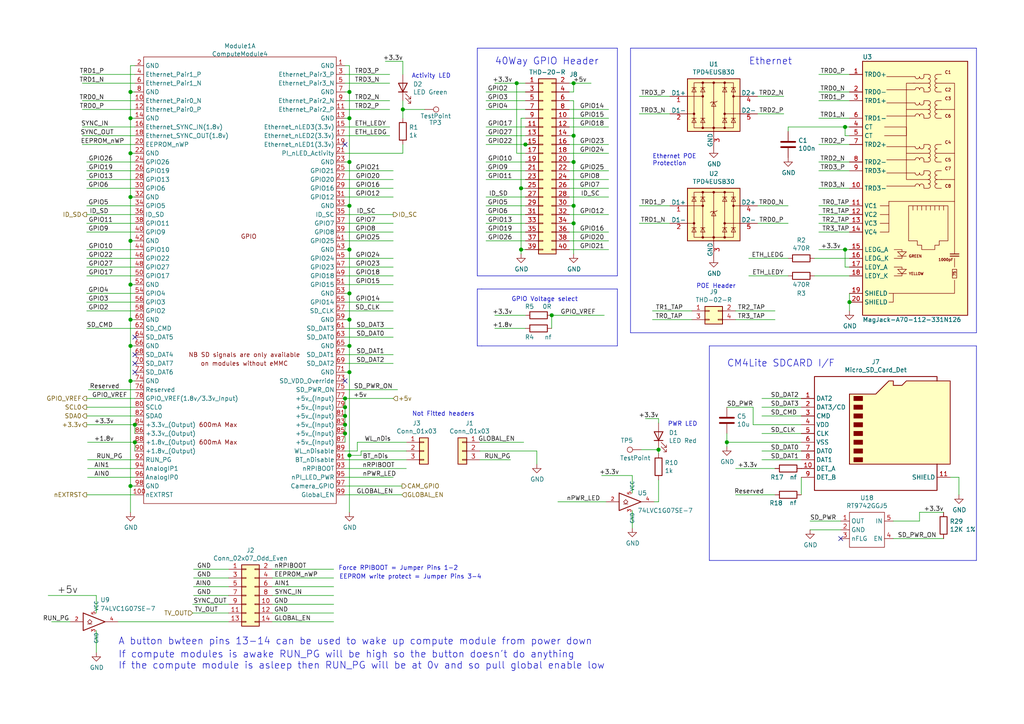
<source format=kicad_sch>
(kicad_sch (version 20211123) (generator eeschema)
  (paper "A4")
  (title_block (title "Compute Module 4 IO Board - GPIO - Ethernet") (rev "1") (company "© 2020-2022 Raspberry Pi Ltd (formerly Raspberry Pi (Trading) Ltd.)") (comment 1 "www.raspberrypi.com"))
  (junction (at 37.846 92.71) (diameter 1.016))
  (junction (at 101.346 132.08) (diameter 1.016))
  (junction (at 166.37 39.37) (diameter 1.016))
  (junction (at 101.346 59.69) (diameter 1.016))
  (junction (at 151.13 54.61) (diameter 1.016))
  (junction (at 166.37 24.13) (diameter 1.016))
  (junction (at 101.346 46.99) (diameter 1.016))
  (junction (at 160.02 91.44) (diameter 1.016))
  (junction (at 101.346 72.39) (diameter 1.016))
  (junction (at 246.38 87.63) (diameter 1.016))
  (junction (at 101.346 26.67) (diameter 1.016))
  (junction (at 245.11 36.83) (diameter 1.016))
  (junction (at 151.13 72.39) (diameter 1.016))
  (junction (at 100.076 125.73) (diameter 1.016))
  (junction (at 101.346 85.09) (diameter 1.016))
  (junction (at 166.37 64.77) (diameter 1.016))
  (junction (at 37.846 69.85) (diameter 1.016))
  (junction (at 37.846 26.67) (diameter 1.016))
  (junction (at 100.076 120.65) (diameter 1.016))
  (junction (at 245.11 72.39) (diameter 1.016))
  (junction (at 37.846 100.33) (diameter 1.016))
  (junction (at 37.846 44.45) (diameter 1.016))
  (junction (at 39.116 123.19) (diameter 1.016))
  (junction (at 116.84 31.75) (diameter 1.016))
  (junction (at 101.346 107.95) (diameter 1.016))
  (junction (at 101.346 34.29) (diameter 1.016))
  (junction (at 149.86 24.13) (diameter 1.016))
  (junction (at 166.37 46.99) (diameter 1.016))
  (junction (at 191.008 130.429) (diameter 1.016))
  (junction (at 210.82 128.27) (diameter 1.016))
  (junction (at 101.346 92.71) (diameter 1.016))
  (junction (at 100.076 115.57) (diameter 1.016))
  (junction (at 100.076 123.19) (diameter 1.016))
  (junction (at 101.346 100.33) (diameter 1.016))
  (junction (at 37.846 82.55) (diameter 1.016))
  (junction (at 166.37 59.69) (diameter 1.016))
  (junction (at 39.116 128.27) (diameter 1.016))
  (junction (at 37.846 110.49) (diameter 1.016))
  (junction (at 37.846 34.29) (diameter 1.016))
  (junction (at 37.846 57.15) (diameter 1.016))
  (junction (at 37.846 140.97) (diameter 1.016))
  (junction (at 152.4 41.91) (diameter 1.016))
  (junction (at 100.076 118.11) (diameter 1.016))
  (no_connect (at 243.84 156.21))
  (no_connect (at 100.076 110.49))
  (no_connect (at 39.116 97.79))
  (no_connect (at 100.076 41.91))
  (no_connect (at 39.116 107.95))
  (no_connect (at 39.116 105.41))
  (no_connect (at 39.116 102.87))
  (wire (pts (xy 25.146 118.11) (xy 39.116 118.11)))
  (wire (pts (xy 23.876 36.83) (xy 39.116 36.83)))
  (wire (pts (xy 37.846 57.15) (xy 39.116 57.15)))
  (wire (pts (xy 78.994 175.26) (xy 96.774 175.26)))
  (wire (pts (xy 166.37 64.77) (xy 166.37 73.66)))
  (wire (pts (xy 100.076 44.45) (xy 116.84 44.45)))
  (wire (pts (xy 140.97 39.37) (xy 152.4 39.37)))
  (wire (pts (xy 237.49 21.59) (xy 246.38 21.59)))
  (wire (pts (xy 166.37 29.21) (xy 166.37 39.37)))
  (wire (pts (xy 78.994 170.18) (xy 96.774 170.18)))
  (wire (pts (xy 56.134 167.64) (xy 66.294 167.64)))
  (wire (pts (xy 101.346 132.08) (xy 101.346 148.59)))
  (wire (pts (xy 100.076 21.59) (xy 113.03 21.59)))
  (polyline (pts (xy 179.07 100.33) (xy 139.7 100.33)) (stroke (width 0) (type solid)))
  (wire (pts (xy 237.49 34.29) (xy 246.38 34.29)))
  (wire (pts (xy 245.11 72.39) (xy 246.38 72.39)))
  (wire (pts (xy 101.346 46.99) (xy 101.346 59.69)))
  (wire (pts (xy 37.846 44.45) (xy 37.846 57.15)))
  (polyline (pts (xy 283.21 13.97) (xy 283.21 96.52)) (stroke (width 0) (type solid)))
  (wire (pts (xy 140.97 52.07) (xy 152.4 52.07)))
  (wire (pts (xy 100.076 85.09) (xy 101.346 85.09)))
  (wire (pts (xy 56.134 170.18) (xy 66.294 170.18)))
  (wire (pts (xy 143.51 95.25) (xy 152.4 95.25)))
  (wire (pts (xy 25.146 90.17) (xy 39.116 90.17)))
  (wire (pts (xy 140.97 64.77) (xy 152.4 64.77)))
  (polyline (pts (xy 139.7 83.82) (xy 138.43 83.82)) (stroke (width 0) (type solid)))
  (wire (pts (xy 183.388 137.922) (xy 174.498 137.922)))
  (wire (pts (xy 166.37 64.77) (xy 166.37 59.69)))
  (wire (pts (xy 27.94 172.72) (xy 27.94 177.8)))
  (wire (pts (xy 25.4 138.43) (xy 39.116 138.43)))
  (wire (pts (xy 100.076 80.01) (xy 114.046 80.01)))
  (wire (pts (xy 228.6 38.1) (xy 228.6 36.83)))
  (wire (pts (xy 103.632 128.27) (xy 117.856 128.27)))
  (wire (pts (xy 100.076 34.29) (xy 101.346 34.29)))
  (wire (pts (xy 140.97 31.75) (xy 152.4 31.75)))
  (polyline (pts (xy 205.74 162.56) (xy 205.74 100.33)) (stroke (width 0) (type solid)))
  (wire (pts (xy 139.192 133.35) (xy 148.082 133.35)))
  (wire (pts (xy 25.146 115.57) (xy 39.116 115.57)))
  (wire (pts (xy 100.076 52.07) (xy 114.046 52.07)))
  (wire (pts (xy 140.97 62.23) (xy 152.4 62.23)))
  (wire (pts (xy 101.346 85.09) (xy 101.346 92.71)))
  (wire (pts (xy 166.37 46.99) (xy 165.1 46.99)))
  (wire (pts (xy 37.846 19.05) (xy 37.846 26.67)))
  (wire (pts (xy 100.076 36.83) (xy 113.03 36.83)))
  (wire (pts (xy 25.146 59.69) (xy 39.116 59.69)))
  (wire (pts (xy 166.37 39.37) (xy 165.1 39.37)))
  (wire (pts (xy 100.076 87.63) (xy 114.046 87.63)))
  (wire (pts (xy 56.134 172.72) (xy 66.294 172.72)))
  (wire (pts (xy 100.076 133.35) (xy 117.856 133.35)))
  (wire (pts (xy 78.994 172.72) (xy 96.774 172.72)))
  (wire (pts (xy 37.846 69.85) (xy 39.116 69.85)))
  (wire (pts (xy 100.076 19.05) (xy 101.346 19.05)))
  (wire (pts (xy 140.97 29.21) (xy 152.4 29.21)))
  (wire (pts (xy 25.4 133.35) (xy 39.116 133.35)))
  (wire (pts (xy 100.076 67.31) (xy 114.046 67.31)))
  (wire (pts (xy 100.076 107.95) (xy 101.346 107.95)))
  (wire (pts (xy 236.22 74.93) (xy 246.38 74.93)))
  (wire (pts (xy 23.876 39.37) (xy 39.116 39.37)))
  (wire (pts (xy 237.49 59.69) (xy 246.38 59.69)))
  (wire (pts (xy 100.076 140.97) (xy 116.586 140.97)))
  (polyline (pts (xy 179.07 13.97) (xy 138.43 13.97)) (stroke (width 0) (type solid)))
  (wire (pts (xy 213.36 135.89) (xy 224.79 135.89)))
  (wire (pts (xy 100.076 46.99) (xy 101.346 46.99)))
  (wire (pts (xy 100.076 138.43) (xy 114.046 138.43)))
  (wire (pts (xy 101.346 132.08) (xy 104.7242 132.08)))
  (wire (pts (xy 100.076 26.67) (xy 101.346 26.67)))
  (wire (pts (xy 236.22 80.01) (xy 246.38 80.01)))
  (wire (pts (xy 143.51 24.13) (xy 149.86 24.13)))
  (wire (pts (xy 165.1 24.13) (xy 166.37 24.13)))
  (wire (pts (xy 266.7 148.59) (xy 266.7 151.13)))
  (wire (pts (xy 100.076 24.13) (xy 113.03 24.13)))
  (wire (pts (xy 39.116 19.05) (xy 37.846 19.05)))
  (wire (pts (xy 191.008 121.412) (xy 187.198 121.412)))
  (wire (pts (xy 25.4 128.27) (xy 39.116 128.27)))
  (wire (pts (xy 100.076 120.65) (xy 100.076 123.19)))
  (wire (pts (xy 34.29 180.34) (xy 66.294 180.34)))
  (wire (pts (xy 243.84 151.13) (xy 234.95 151.13)))
  (wire (pts (xy 100.076 82.55) (xy 114.046 82.55)))
  (wire (pts (xy 39.116 128.27) (xy 39.37 128.27)))
  (wire (pts (xy 39.116 140.97) (xy 37.846 140.97)))
  (wire (pts (xy 218.44 123.19) (xy 218.44 118.11)))
  (wire (pts (xy 25.146 46.99) (xy 39.116 46.99)))
  (wire (pts (xy 25.146 120.65) (xy 39.116 120.65)))
  (wire (pts (xy 213.36 90.17) (xy 224.79 90.17)))
  (wire (pts (xy 13.97 172.72) (xy 27.94 172.72)))
  (wire (pts (xy 194.31 64.77) (xy 185.42 64.77)))
  (wire (pts (xy 140.97 49.53) (xy 152.4 49.53)))
  (wire (pts (xy 165.1 36.83) (xy 176.53 36.83)))
  (wire (pts (xy 213.36 92.71) (xy 224.79 92.71)))
  (wire (pts (xy 232.41 138.43) (xy 232.41 143.51)))
  (wire (pts (xy 100.076 115.57) (xy 114.046 115.57)))
  (wire (pts (xy 78.994 180.34) (xy 96.774 180.34)))
  (wire (pts (xy 101.346 92.71) (xy 101.346 100.33)))
  (wire (pts (xy 37.846 82.55) (xy 39.116 82.55)))
  (wire (pts (xy 160.02 91.44) (xy 160.02 95.25)))
  (wire (pts (xy 165.1 29.21) (xy 166.37 29.21)))
  (wire (pts (xy 100.076 62.23) (xy 114.046 62.23)))
  (wire (pts (xy 101.346 72.39) (xy 101.346 85.09)))
  (wire (pts (xy 25.146 54.61) (xy 39.116 54.61)))
  (wire (pts (xy 100.076 69.85) (xy 114.046 69.85)))
  (wire (pts (xy 151.13 34.29) (xy 151.13 54.61)))
  (polyline (pts (xy 179.07 13.97) (xy 179.07 80.01)) (stroke (width 0) (type solid)))
  (wire (pts (xy 191.008 122.682) (xy 191.008 121.412)))
  (wire (pts (xy 237.49 67.31) (xy 246.38 67.31)))
  (wire (pts (xy 37.846 92.71) (xy 39.116 92.71)))
  (wire (pts (xy 151.13 54.61) (xy 152.4 54.61)))
  (wire (pts (xy 56.134 165.1) (xy 66.294 165.1)))
  (wire (pts (xy 100.076 77.47) (xy 114.046 77.47)))
  (polyline (pts (xy 138.43 100.33) (xy 138.43 83.82)) (stroke (width 0) (type solid)))
  (wire (pts (xy 37.846 110.49) (xy 37.846 140.97)))
  (wire (pts (xy 237.49 62.23) (xy 246.38 62.23)))
  (wire (pts (xy 149.86 24.13) (xy 149.86 44.45)))
  (wire (pts (xy 245.11 77.47) (xy 245.11 72.39)))
  (polyline (pts (xy 179.07 83.82) (xy 179.07 100.33)) (stroke (width 0) (type solid)))
  (wire (pts (xy 246.38 85.09) (xy 246.38 87.63)))
  (wire (pts (xy 165.1 31.75) (xy 176.53 31.75)))
  (wire (pts (xy 100.076 125.73) (xy 100.076 128.27)))
  (wire (pts (xy 140.97 67.31) (xy 152.4 67.31)))
  (wire (pts (xy 25.146 62.23) (xy 39.116 62.23)))
  (wire (pts (xy 165.1 67.31) (xy 176.53 67.31)))
  (wire (pts (xy 114.046 90.17) (xy 100.076 90.17)))
  (wire (pts (xy 165.1 69.85) (xy 176.53 69.85)))
  (wire (pts (xy 100.076 59.69) (xy 101.346 59.69)))
  (wire (pts (xy 237.49 64.77) (xy 246.38 64.77)))
  (wire (pts (xy 25.146 52.07) (xy 39.116 52.07)))
  (wire (pts (xy 139.192 130.81) (xy 155.702 130.81)))
  (wire (pts (xy 100.076 118.11) (xy 100.076 120.65)))
  (wire (pts (xy 25.146 95.25) (xy 39.116 95.25)))
  (wire (pts (xy 165.1 54.61) (xy 176.53 54.61)))
  (wire (pts (xy 25.4 135.89) (xy 39.116 135.89)))
  (wire (pts (xy 183.388 148.082) (xy 183.388 153.162)))
  (wire (pts (xy 191.008 139.192) (xy 191.008 145.542)))
  (wire (pts (xy 160.02 91.44) (xy 175.26 91.44)))
  (wire (pts (xy 259.08 156.21) (xy 273.685 156.21)))
  (wire (pts (xy 100.076 29.21) (xy 113.03 29.21)))
  (wire (pts (xy 232.41 133.35) (xy 220.98 133.35)))
  (wire (pts (xy 100.076 123.19) (xy 100.076 125.73)))
  (wire (pts (xy 23.876 41.91) (xy 39.116 41.91)))
  (wire (pts (xy 23.876 21.59) (xy 39.116 21.59)))
  (wire (pts (xy 140.97 36.83) (xy 152.4 36.83)))
  (wire (pts (xy 165.1 49.53) (xy 176.53 49.53)))
  (wire (pts (xy 237.49 26.67) (xy 246.38 26.67)))
  (wire (pts (xy 100.076 31.75) (xy 113.03 31.75)))
  (wire (pts (xy 191.008 130.302) (xy 191.008 130.429)))
  (wire (pts (xy 165.1 57.15) (xy 176.53 57.15)))
  (wire (pts (xy 237.49 72.39) (xy 245.11 72.39)))
  (wire (pts (xy 151.13 54.61) (xy 151.13 72.39)))
  (wire (pts (xy 25.146 85.09) (xy 39.116 85.09)))
  (wire (pts (xy 25.146 49.53) (xy 39.116 49.53)))
  (wire (pts (xy 243.84 153.67) (xy 234.95 153.67)))
  (wire (pts (xy 219.71 59.69) (xy 228.6 59.69)))
  (wire (pts (xy 78.994 167.64) (xy 96.774 167.64)))
  (wire (pts (xy 220.98 115.57) (xy 232.41 115.57)))
  (wire (pts (xy 100.076 39.37) (xy 113.03 39.37)))
  (wire (pts (xy 228.6 36.83) (xy 245.11 36.83)))
  (wire (pts (xy 55.88 177.8) (xy 66.294 177.8)))
  (wire (pts (xy 37.846 100.33) (xy 39.116 100.33)))
  (wire (pts (xy 191.008 145.542) (xy 189.738 145.542)))
  (polyline (pts (xy 283.21 100.33) (xy 283.21 162.56)) (stroke (width 0) (type solid)))
  (wire (pts (xy 185.42 27.94) (xy 194.31 27.94)))
  (wire (pts (xy 166.37 39.37) (xy 166.37 46.99)))
  (wire (pts (xy 25.146 143.51) (xy 39.116 143.51)))
  (wire (pts (xy 165.1 34.29) (xy 176.53 34.29)))
  (wire (pts (xy 100.076 113.03) (xy 115.316 113.03)))
  (wire (pts (xy 278.13 138.43) (xy 278.13 143.51)))
  (wire (pts (xy 140.97 69.85) (xy 152.4 69.85)))
  (wire (pts (xy 78.994 165.1) (xy 96.774 165.1)))
  (wire (pts (xy 165.1 52.07) (xy 176.53 52.07)))
  (wire (pts (xy 100.076 64.77) (xy 114.046 64.77)))
  (wire (pts (xy 100.076 49.53) (xy 114.046 49.53)))
  (wire (pts (xy 140.97 26.67) (xy 152.4 26.67)))
  (wire (pts (xy 140.97 57.15) (xy 152.4 57.15)))
  (wire (pts (xy 213.36 143.51) (xy 224.79 143.51)))
  (wire (pts (xy 101.346 26.67) (xy 101.346 34.29)))
  (polyline (pts (xy 283.21 96.52) (xy 182.88 96.52)) (stroke (width 0) (type solid)))
  (wire (pts (xy 139.192 128.27) (xy 151.892 128.27)))
  (wire (pts (xy 25.146 67.31) (xy 39.116 67.31)))
  (wire (pts (xy 39.116 125.73) (xy 39.116 123.19)))
  (wire (pts (xy 78.994 177.8) (xy 96.774 177.8)))
  (wire (pts (xy 237.49 41.91) (xy 246.38 41.91)))
  (wire (pts (xy 183.388 143.002) (xy 183.388 137.922)))
  (polyline (pts (xy 139.7 83.82) (xy 179.07 83.82)) (stroke (width 0) (type solid)))
  (wire (pts (xy 116.84 31.75) (xy 116.84 29.21)))
  (wire (pts (xy 25.146 64.77) (xy 39.116 64.77)))
  (wire (pts (xy 25.146 80.01) (xy 39.116 80.01)))
  (wire (pts (xy 217.17 80.01) (xy 228.6 80.01)))
  (wire (pts (xy 186.0042 130.429) (xy 191.008 130.429)))
  (wire (pts (xy 100.076 74.93) (xy 114.046 74.93)))
  (wire (pts (xy 273.685 148.59) (xy 266.7 148.59)))
  (wire (pts (xy 39.116 130.81) (xy 39.116 128.27)))
  (wire (pts (xy 101.346 59.69) (xy 101.346 72.39)))
  (wire (pts (xy 166.37 59.69) (xy 166.37 46.99)))
  (polyline (pts (xy 283.21 162.56) (xy 205.74 162.56)) (stroke (width 0) (type solid)))
  (wire (pts (xy 191.008 130.429) (xy 191.008 131.572)))
  (wire (pts (xy 116.84 21.59) (xy 116.84 17.78)))
  (wire (pts (xy 210.82 125.73) (xy 210.82 128.27)))
  (wire (pts (xy 219.71 33.02) (xy 227.33 33.02)))
  (wire (pts (xy 100.076 100.33) (xy 101.346 100.33)))
  (wire (pts (xy 100.076 143.51) (xy 116.586 143.51)))
  (wire (pts (xy 37.846 110.49) (xy 39.116 110.49)))
  (wire (pts (xy 220.98 130.81) (xy 232.41 130.81)))
  (wire (pts (xy 210.82 118.11) (xy 218.44 118.11)))
  (wire (pts (xy 166.37 24.13) (xy 171.45 24.13)))
  (wire (pts (xy 151.13 72.39) (xy 152.4 72.39)))
  (wire (pts (xy 37.846 44.45) (xy 39.116 44.45)))
  (polyline (pts (xy 182.88 96.52) (xy 182.88 13.97)) (stroke (width 0) (type solid)))
  (wire (pts (xy 100.076 115.57) (xy 100.076 118.11)))
  (wire (pts (xy 219.71 27.94) (xy 227.33 27.94)))
  (wire (pts (xy 166.37 26.67) (xy 166.37 24.13)))
  (wire (pts (xy 104.7242 132.08) (xy 104.7242 130.81)))
  (wire (pts (xy 217.17 74.93) (xy 228.6 74.93)))
  (wire (pts (xy 39.116 34.29) (xy 37.846 34.29)))
  (wire (pts (xy 101.346 34.29) (xy 101.346 46.99)))
  (wire (pts (xy 149.86 44.45) (xy 152.4 44.45)))
  (wire (pts (xy 55.88 175.26) (xy 66.294 175.26)))
  (wire (pts (xy 23.876 29.21) (xy 39.116 29.21)))
  (wire (pts (xy 185.42 33.02) (xy 194.31 33.02)))
  (wire (pts (xy 140.97 59.69) (xy 152.4 59.69)))
  (wire (pts (xy 100.076 130.81) (xy 103.632 130.81)))
  (wire (pts (xy 37.846 34.29) (xy 37.846 44.45)))
  (wire (pts (xy 232.41 123.19) (xy 218.44 123.19)))
  (polyline (pts (xy 138.43 100.33) (xy 139.7 100.33)) (stroke (width 0) (type solid)))
  (wire (pts (xy 25.146 74.93) (xy 39.116 74.93)))
  (wire (pts (xy 114.046 102.87) (xy 100.076 102.87)))
  (wire (pts (xy 152.4 34.29) (xy 151.13 34.29)))
  (wire (pts (xy 259.08 151.13) (xy 266.7 151.13)))
  (wire (pts (xy 25.146 77.47) (xy 39.116 77.47)))
  (wire (pts (xy 100.076 57.15) (xy 114.046 57.15)))
  (wire (pts (xy 100.076 92.71) (xy 101.346 92.71)))
  (wire (pts (xy 39.116 26.67) (xy 37.846 26.67)))
  (wire (pts (xy 27.94 182.88) (xy 27.94 189.23)))
  (wire (pts (xy 37.846 82.55) (xy 37.846 92.71)))
  (wire (pts (xy 246.38 87.63) (xy 246.38 90.17)))
  (wire (pts (xy 25.6032 113.03) (xy 39.116 113.03)))
  (wire (pts (xy 165.1 64.77) (xy 166.37 64.77)))
  (polyline (pts (xy 205.74 100.33) (xy 283.21 100.33)) (stroke (width 0) (type solid)))
  (wire (pts (xy 111.76 17.78) (xy 116.84 17.78)))
  (wire (pts (xy 37.846 92.71) (xy 37.846 100.33)))
  (wire (pts (xy 246.38 77.47) (xy 245.11 77.47)))
  (polyline (pts (xy 138.43 80.01) (xy 179.07 80.01)) (stroke (width 0) (type solid)))
  (wire (pts (xy 37.846 100.33) (xy 37.846 110.49)))
  (wire (pts (xy 101.346 19.05) (xy 101.346 26.67)))
  (wire (pts (xy 37.846 140.97) (xy 37.846 148.59)))
  (wire (pts (xy 25.146 123.19) (xy 39.116 123.19)))
  (wire (pts (xy 237.49 54.61) (xy 246.38 54.61)))
  (wire (pts (xy 140.97 46.99) (xy 152.4 46.99)))
  (wire (pts (xy 185.42 59.69) (xy 194.31 59.69)))
  (wire (pts (xy 246.38 39.37) (xy 245.11 39.37)))
  (wire (pts (xy 140.97 41.91) (xy 152.4 41.91)))
  (wire (pts (xy 232.41 118.11) (xy 220.98 118.11)))
  (wire (pts (xy 161.798 145.542) (xy 175.768 145.542)))
  (wire (pts (xy 232.41 125.73) (xy 220.98 125.73)))
  (wire (pts (xy 103.632 130.81) (xy 103.632 128.27)))
  (wire (pts (xy 165.1 62.23) (xy 176.53 62.23)))
  (wire (pts (xy 245.11 39.37) (xy 245.11 36.83)))
  (wire (pts (xy 37.846 57.15) (xy 37.846 69.85)))
  (wire (pts (xy 275.59 138.43) (xy 278.13 138.43)))
  (wire (pts (xy 154.94 41.91) (xy 152.4 41.91)))
  (wire (pts (xy 165.1 59.69) (xy 166.37 59.69)))
  (wire (pts (xy 100.076 97.79) (xy 114.046 97.79)))
  (wire (pts (xy 101.346 100.33) (xy 101.346 107.95)))
  (wire (pts (xy 155.702 130.81) (xy 155.702 134.62)))
  (wire (pts (xy 100.076 105.41) (xy 114.046 105.41)))
  (wire (pts (xy 165.1 41.91) (xy 176.53 41.91)))
  (wire (pts (xy 210.82 128.27) (xy 210.82 129.54)))
  (wire (pts (xy 23.876 24.13) (xy 39.116 24.13)))
  (wire (pts (xy 25.146 87.63) (xy 39.116 87.63)))
  (wire (pts (xy 114.046 95.25) (xy 100.076 95.25)))
  (wire (pts (xy 165.1 26.67) (xy 166.37 26.67)))
  (wire (pts (xy 143.51 91.44) (xy 152.4 91.44)))
  (wire (pts (xy 14.986 180.34) (xy 20.32 180.34)))
  (wire (pts (xy 189.23 90.17) (xy 200.66 90.17)))
  (wire (pts (xy 237.49 49.53) (xy 246.38 49.53)))
  (wire (pts (xy 100.076 135.89) (xy 117.856 135.89)))
  (wire (pts (xy 246.38 36.83) (xy 245.11 36.83)))
  (wire (pts (xy 123.19 31.75) (xy 116.84 31.75)))
  (wire (pts (xy 116.84 34.29) (xy 116.84 31.75)))
  (wire (pts (xy 151.13 72.39) (xy 151.13 73.66)))
  (wire (pts (xy 100.076 54.61) (xy 114.046 54.61)))
  (wire (pts (xy 220.98 120.65) (xy 232.41 120.65)))
  (wire (pts (xy 25.146 72.39) (xy 39.116 72.39)))
  (wire (pts (xy 210.82 128.27) (xy 232.41 128.27)))
  (wire (pts (xy 116.84 44.45) (xy 116.84 41.91)))
  (wire (pts (xy 165.1 44.45) (xy 176.53 44.45)))
  (polyline (pts (xy 138.43 13.97) (xy 138.43 80.01)) (stroke (width 0) (type solid)))
  (wire (pts (xy 101.346 107.95) (xy 101.346 132.08)))
  (wire (pts (xy 237.49 46.99) (xy 246.38 46.99)))
  (wire (pts (xy 219.71 64.77) (xy 228.6 64.77)))
  (wire (pts (xy 189.23 92.71) (xy 200.66 92.71)))
  (wire (pts (xy 104.7242 130.81) (xy 117.856 130.81)))
  (wire (pts (xy 23.876 31.75) (xy 39.116 31.75)))
  (wire (pts (xy 152.4 24.13) (xy 149.86 24.13)))
  (wire (pts (xy 37.846 69.85) (xy 37.846 82.55)))
  (wire (pts (xy 100.076 72.39) (xy 101.346 72.39)))
  (polyline (pts (xy 182.88 13.97) (xy 283.21 13.97)) (stroke (width 0) (type solid)))
  (wire (pts (xy 165.1 72.39) (xy 176.53 72.39)))
  (wire (pts (xy 237.49 29.21) (xy 246.38 29.21)))
  (wire (pts (xy 37.846 26.67) (xy 37.846 34.29)))
  (text "PWR LED" (at 193.675 123.825 0) (effects (font (size 1.27 1.27)) (justify left bottom)))
  (text "Ethernet POE\nProtection" (at 189.23 48.26 0) (effects (font (size 1.27 1.27)) (justify left bottom)))
  (text "40Way GPIO Header" (at 143.51 19.05 0) (effects (font (size 2.007 2.007)) (justify left bottom)))
  (text "CM4Lite SDCARD I/F" (at 210.82 106.68 0) (effects (font (size 2.007 2.007)) (justify left bottom)))
  (text "GPIO Voltage select\n" (at 167.64 87.63 180) (effects (font (size 1.27 1.27)) (justify right bottom)))
  (text "Ethernet" (at 217.17 19.05 0) (effects (font (size 2.0066 2.0066)) (justify left bottom)))
  (text "Activity LED" (at 119.38 22.86 0) (effects (font (size 1.27 1.27)) (justify left bottom)))
  (text "EEPROM write protect = Jumper Pins 3-4\n\n" (at 139.7 170.18 180) (effects (font (size 1.27 1.27)) (justify right bottom)))
  (text "Not Fitted headers" (at 137.668 120.904 180) (effects (font (size 1.27 1.27)) (justify right bottom)))
  (text "A button bwteen pins 13-14 can be used to wake up compute module from power down\n\n" (at 34.29 190.5 0) (effects (font (size 2.007 2.007)) (justify left bottom)))
  (text "If compute modules is awake RUN_PG will be high so the button doesn't do anything\nIf the compute module is asleep then RUN_PG will be at 0v and so pull global enable low" (at 34.29 194.31 0) (effects (font (size 2.007 2.007)) (justify left bottom)))
  (text "Force RPIBOOT = Jumper Pins 1-2 \n" (at 133.858 165.608 180) (effects (font (size 1.27 1.27)) (justify right bottom)))
  (text "POE Header" (at 201.93 83.82 0) (effects (font (size 1.27 1.27)) (justify left bottom)))
  (label "TRD1_N" (at 193.04 64.77 180))
  (label "TRD2_P" (at 245.11 41.91 180))
  (label "GPIO12" (at 110.236 57.15 180))
  (label "GPIO15" (at 175.26 34.29 180))
  (label "TRD2_N" (at 245.11 46.99 180))
  (label "ID_SD" (at 147.32 57.15 180))
  (label "GPIO23" (at 110.236 77.47 180))
  (label "TR2_TAP" (at 246.38 64.77 180))
  (label "SD_PWR_ON" (at 102.616 113.03 0))
  (label "ID_SC" (at 108.966 62.23 180))
  (label "TRD1_P" (at 245.11 29.21 180))
  (label "GPIO14" (at 110.236 87.63 180))
  (label "TRD1_P" (at 30.226 21.59 180))
  (label "Reserved" (at 34.671 113.03 180))
  (label "SD_DAT3" (at 223.52 118.11 0))
  (label "SD_DAT3" (at 111.506 95.25 180))
  (label "+3.3v" (at 148.59 91.44 180))
  (label "GPIO12" (at 175.26 62.23 180))
  (label "SD_DAT0" (at 223.52 130.81 0))
  (label "SD_PWR" (at 234.95 151.13 0))
  (label "GPIO11" (at 148.59 52.07 180))
  (label "TR0_TAP" (at 198.0184 92.71 180))
  (label "GPIO18" (at 175.26 36.83 180))
  (label "nPWR_LED" (at 105.156 138.43 0))
  (label "GND" (at 83.566 175.26 180))
  (label "GPIO3" (at 147.32 29.21 180))
  (label "SD_PWR" (at 210.82 118.11 0))
  (label "+5v" (at 16.51 172.72 0) (effects (font (size 2.0066 2.0066))))
  (label "SD_DAT0" (at 111.506 97.79 180))
  (label "GPIO14" (at 175.26 31.75 180))
  (label "GPIO7" (at 173.99 54.61 180))
  (label "GPIO20" (at 110.236 52.07 180))
  (label "SD_DAT1" (at 223.52 133.35 0))
  (label "GPIO26" (at 148.59 69.85 180))
  (label "BT_nDis" (at 112.6236 133.35 180))
  (label "SD_DAT2" (at 111.506 105.41 180))
  (label "EEPROM_nWP" (at 36.068 41.91 180))
  (label "TRD0_N" (at 227.33 59.69 180))
  (label "GPIO8" (at 108.966 67.31 180))
  (label "AIN0" (at 61.214 170.18 180))
  (label "GPIO26" (at 32.766 46.99 180))
  (label "+3.3v" (at 219.71 135.89 180))
  (label "GPIO5" (at 147.32 59.69 180))
  (label "SYNC_IN" (at 31.496 36.83 180))
  (label "GPIO2" (at 147.32 26.67 180))
  (label "TRD3_N" (at 193.04 33.02 180))
  (label "SD_PWR_ON" (at 260.35 156.21 0))
  (label "TR1_TAP" (at 198.12 90.17 180))
  (label "GPIO18" (at 110.236 80.01 180))
  (label "GPIO15" (at 110.236 82.55 180))
  (label "TRD2_P" (at 102.87 31.75 0))
  (label "GPIO25" (at 110.236 69.85 180))
  (label "nRPIBOOT" (at 114.5032 135.89 180))
  (label "GPIO_VREF" (at 26.67 115.57 0))
  (label "GPIO6" (at 147.32 62.23 180))
  (label "GPIO13" (at 148.59 64.77 180))
  (label "GPIO6" (at 31.496 54.61 180))
  (label "TRD3_N" (at 102.87 24.13 0))
  (label "TR0_TAP" (at 246.38 59.69 180))
  (label "GPIO17" (at 148.59 36.83 180))
  (label "GPIO9" (at 147.32 49.53 180))
  (label "TRD0_P" (at 227.33 64.77 180))
  (label "GPIO25" (at 175.26 49.53 180))
  (label "GPIO21" (at 175.26 72.39 180))
  (label "AIN1" (at 84.074 170.18 180))
  (label "GPIO13" (at 32.766 52.07 180))
  (label "TRD2_N" (at 227.33 27.94 180))
  (label "GPIO_VREF" (at 162.56 91.44 0))
  (label "GPIO19" (at 148.59 67.31 180))
  (label "TRD0_P" (at 245.11 21.59 180))
  (label "TRD2_P" (at 227.33 33.02 180))
  (label "ETH_LEDG" (at 227.33 74.93 180))
  (label "+3.3v" (at 191.008 121.412 180))
  (label "GPIO16" (at 110.236 54.61 180))
  (label "AIN1" (at 31.75 135.89 180))
  (label "TRD3_N" (at 245.11 54.61 180))
  (label "SYNC_IN" (at 87.63 172.72 180))
  (label "TRD0_N" (at 30.226 29.21 180))
  (label "SD_CMD" (at 32.766 95.25 180))
  (label "GND" (at 61.214 165.1 180))
  (label "+5v" (at 170.18 24.13 180))
  (label "RUN_PG" (at 148.082 133.35 180))
  (label "GPIO22" (at 32.766 74.93 180))
  (label "SD_CLK" (at 223.52 125.73 0))
  (label "TRD1_N" (at 245.11 34.29 180))
  (label "GPIO19" (at 32.766 49.53 180))
  (label "+3.3v" (at 148.59 24.13 180))
  (label "GPIO4" (at 31.496 85.09 180))
  (label "TR2_TAP" (at 221.9198 90.17 180))
  (label "nPWR_LED" (at 164.338 145.542 0))
  (label "GPIO5" (at 31.496 59.69 180))
  (label "+3.3v" (at 33.02 123.19 180))
  (label "GPIO10" (at 148.59 46.99 180))
  (label "+5v" (at 106.426 115.57 180))
  (label "SYNC_OUT" (at 33.02 39.37 180))
  (label "GND" (at 61.214 167.64 180))
  (label "EEPROM_nWP" (at 92.202 167.64 180))
  (label "SYNC_OUT" (at 65.786 175.26 180))
  (label "GLOBAL_EN" (at 114.046 143.51 180))
  (label "+3.3v" (at 273.685 148.59 180))
  (label "GPIO27" (at 32.766 77.47 180))
  (label "GLOBAL_EN" (at 90.17 180.34 180))
  (label "GLOBAL_EN" (at 149.352 128.27 180))
  (label "GPIO27" (at 148.59 39.37 180))
  (label "GPIO11" (at 32.766 64.77 180))
  (label "+1.8v" (at 33.02 128.27 180))
  (label "GND" (at 61.214 172.72 180))
  (label "TV_OUT" (at 63.246 177.8 180))
  (label "RUN_PG" (at 35.56 133.35 180))
  (label "TRD3_P" (at 245.11 49.53 180))
  (label "TRD3_P" (at 102.87 21.59 0))
  (label "GPIO20" (at 175.26 69.85 180))
  (label "GPIO7" (at 108.966 64.77 180))
  (label "SD_DAT1" (at 111.506 102.87 180))
  (label "ID_SC" (at 173.99 57.15 180))
  (label "TRD1_N" (at 30.226 24.13 180))
  (label "GPIO22" (at 148.59 41.91 180))
  (label "ETH_LEDG" (at 102.87 39.37 0))
  (label "TR1_TAP" (at 246.38 62.23 180))
  (label "+3.3v" (at 116.84 17.78 180))
  (label "GPIO8" (at 173.99 52.07 180))
  (label "ETH_LEDY" (at 102.87 36.83 0))
  (label "+3.3v" (at 243.84 72.39 180))
  (label "GND" (at 83.566 177.8 180))
  (label "GPIO3" (at 31.496 87.63 180))
  (label "GPIO17" (at 32.766 80.01 180))
  (label "GPIO2" (at 31.496 90.17 180))
  (label "WL_nDis" (at 113.411 128.27 180))
  (label "ID_SD" (at 31.496 62.23 180))
  (label "TRD2_N" (at 102.87 29.21 0))
  (label "GPIO9" (at 31.496 67.31 180))
  (label "TR3_TAP" (at 221.8944 92.71 180))
  (label "nRPIBOOT" (at 88.9 165.1 180))
  (label "+3.3v" (at 179.578 137.922 180))
  (label "TRD3_P" (at 193.04 27.94 180))
  (label "GPIO23" (at 175.26 41.91 180))
  (label "SD_CLK" (at 110.236 90.17 180))
  (label "GPIO24" (at 110.236 74.93 180))
  (label "+1.8v" (at 148.59 95.25 180))
  (label "SD_CMD" (at 223.52 120.65 0))
  (label "GPIO4" (at 147.32 31.75 180))
  (label "RUN_PG" (at 20.066 180.34 180))
  (label "TRD1_P" (at 193.04 59.69 180))
  (label "TRD0_N" (at 245.11 26.67 180))
  (label "GPIO16" (at 175.26 67.31 180))
  (label "GPIO10" (at 32.766 72.39 180))
  (label "GPIO21" (at 110.236 49.53 180))
  (label "TRD0_P" (at 30.226 31.75 180))
  (label "GPIO24" (at 175.26 44.45 180))
  (label "ETH_LEDY" (at 227.33 80.01 180))
  (label "AIN0" (at 31.75 138.43 180))
  (label "SD_DAT2" (at 223.52 115.57 0))
  (label "Reserved" (at 221.615 143.51 180))
  (label "TR3_TAP" (at 246.38 67.31 180))
  (hierarchical_label "+5v" (shape input) (at 114.046 115.57 0))
  (hierarchical_label "GLOBAL_EN" (shape input) (at 116.586 143.51 0))
  (hierarchical_label "ID_SC" (shape output) (at 114.046 62.23 0))
  (hierarchical_label "TV_OUT" (shape input) (at 55.88 177.8 180))
  (hierarchical_label "SCL0" (shape output) (at 25.146 118.11 180))
  (hierarchical_label "ID_SD" (shape output) (at 25.146 62.23 180))
  (hierarchical_label "GPIO_VREF" (shape output) (at 25.146 115.57 180))
  (hierarchical_label "SDA0" (shape output) (at 25.146 120.65 180))
  (hierarchical_label "CAM_GPIO" (shape output) (at 116.586 140.97 0))
  (hierarchical_label "nEXTRST" (shape output) (at 25.146 143.51 180))
  (hierarchical_label "+3.3v" (shape output) (at 25.146 123.19 180))
  (symbol (lib_id "CM4IO:74LVC1G07_copy") (at 183.388 145.542 0) (unit 1)
    (property "Reference" "U5" (at 184.912 143.002 0) (effects (justify left)))
    (property "Value" "74LVC1G07SE-7" (at 184.912 148.082 0) (effects (justify left)))
    (property "Footprint" "Package_TO_SOT_SMD:SOT-353_SC-70-5" (effects hide))
    (property "Datasheet" "https://www.diodes.com/assets/Datasheets/74LVC1G07.pdf" (effects hide))
    (property "Field4" "Farnell" (effects hide))
    (property "Field5" "2425492" (effects hide))
    (property "Field6" "74LVC1G07SE-7" (effects hide))
    (property "Field7" "Diodes" (effects hide))
    (property "Part Description" "Buffer, Non-Inverting 1 Element 1 Bit per Element Open Drain Output SOT-353" (effects hide))
  )
  (symbol (lib_id "CM4IO:74LVC1G07_copy") (at 27.94 180.34 0) (unit 1)
    (property "Reference" "U9" (at 30.48 173.99 0))
    (property "Value" "74LVC1G07SE-7" (at 37.084 176.53 0))
    (property "Footprint" "Package_TO_SOT_SMD:SOT-353_SC-70-5" (effects hide))
    (property "Datasheet" "https://www.diodes.com/assets/Datasheets/74LVC1G07.pdf" (effects hide))
    (property "Field4" "Farnell" (effects hide))
    (property "Field5" "2425492" (effects hide))
    (property "Field6" "74LVC1G07SE-7" (effects hide))
    (property "Field7" "Diodes" (effects hide))
    (property "Part Description" "Buffer, Non-Inverting 1 Element 1 Bit per Element Open Drain Output SOT-353" (effects hide))
  )
  (symbol (lib_id "power:GND") (at 27.94 189.23 0) (unit 1)
    (property "Reference" "#PWR027" (effects hide))
    (property "Value" "GND" (at 28.067 193.6242 0))
  )
  (symbol (lib_id "CM4IO:RT9742GGJ5") (at 252.73 161.29 0) (unit 1)
    (property "Reference" "U18" (at 251.46 144.399 0))
    (property "Value" "RT9742GGJ5" (at 251.46 146.7104 0))
    (property "Footprint" "Package_TO_SOT_SMD:SOT-23-5" (effects hide))
    (property "Datasheet" "https://www.richtek.com/assets/product_file/RT9742/DS9742-00.pdf" (effects hide))
    (property "Field4" "Farnell" (effects hide))
    (property "Field5" "	2545875" (effects hide))
    (property "Field6" "RT9742GGJ5" (effects hide))
    (property "Field7" "RichTek" (effects hide))
    (property "Field8" "USWI00166" (effects hide))
    (property "Part Description" "	Power Switch/Driver 1:1 N-Channel 1A TSOT-23-5" (effects hide))
  )
  (symbol (lib_id "power:GND") (at 234.95 153.67 0) (unit 1)
    (property "Reference" "#PWR0113" (effects hide))
    (property "Value" "GND" (at 235.077 158.0642 0))
  )
  (symbol (lib_id "CM4IO:ComputeModule4-CM4") (at 72.136 74.93 0) (unit 1)
    (property "Reference" "Module1" (at 69.596 13.335 0))
    (property "Value" "ComputeModule4" (at 69.596 15.6464 0))
    (property "Footprint" "CM4IO:Raspberry-Pi-4-Compute-Module" (effects hide))
    (property "Field4" "Hirose" (effects hide))
    (property "Field5" "2off DF40C-100DS-0.4V" (effects hide))
    (property "Field6" "2off DF40C-100DS-0.4V" (effects hide))
    (property "Field7" "Hirose" (effects hide))
    (property "Part Description" "	100 Position Connector Receptacle, Center Strip Contacts Surface Mount Gold" (effects hide))
  )
  (symbol (lib_id "CM4IO:MagJack-A70-112-331N126") (at 267.97 92.71 0) (unit 1)
    (property "Reference" "U3" (at 250.19 16.51 0) (effects (justify left)))
    (property "Value" "MagJack-A70-112-331N126" (at 250.19 92.71 0) (effects (justify left)))
    (property "Footprint" "CM4IO:TRJG0926HENL" (effects hide))
    (property "Datasheet" "https://p.globalsources.com/IMAGES/PDT/SPEC/690/K1160305690.pdf" (effects hide))
    (property "Field6" "TRJG0926HENL" (effects hide))
    (property "Field7" "Trxcon" (effects hide))
    (property "Field8" "UCON00900" (effects hide))
    (property "Part Description" "Gigabit Ethernet Magjack" (effects hide))
  )
  (symbol (lib_id "Device:C") (at 228.6 41.91 0) (unit 1)
    (property "Reference" "C1" (at 231.521 40.7416 0) (effects (justify left)))
    (property "Value" "100n" (at 231.521 43.053 0) (effects (justify left)))
    (property "Footprint" "Capacitor_SMD:C_0402_1005Metric" (effects hide))
    (property "Datasheet" "https://search.murata.co.jp/Ceramy/image/img/A01X/G101/ENG/GRM155R71C104KA88-01.pdf" (effects hide))
    (property "Field4" "Farnell" (effects hide))
    (property "Field5" "2611911" (effects hide))
    (property "Field6" "RM EMK105 B7104KV-F" (effects hide))
    (property "Field7" "TAIYO YUDEN EUROPE GMBH" (effects hide))
    (property "Part Description" "	0.1uF 10% 16V Ceramic Capacitor X7R 0402 (1005 Metric)" (effects hide))
    (property "Field8" "110091611" (effects hide))
  )
  (symbol (lib_id "power:GND") (at 228.6 45.72 0) (unit 1)
    (property "Reference" "#PWR0101" (effects hide))
    (property "Value" "GND" (at 228.727 50.1142 0))
  )
  (symbol (lib_id "Connector_Generic:Conn_02x02_Odd_Even") (at 205.74 90.17 0) (unit 1)
    (property "Reference" "J9" (at 207.01 84.6582 0))
    (property "Value" "THD-02-R" (at 207.01 86.9696 0))
    (property "Footprint" "Connector_PinHeader_2.54mm:PinHeader_2x02_P2.54mm_Vertical" (effects hide))
    (property "Datasheet" "https://www.toby.co.uk/uploads/publications/1673.pdf" (effects hide))
    (property "Field4" "Toby" (effects hide))
    (property "Field5" "THD-02-R" (effects hide))
    (property "Field6" "151-604-425-761" (effects hide))
    (property "Field7" "EDAC" (effects hide))
    (property "Field8" "UCON00791" (effects hide))
    (property "Part Description" "PinHeader_2x02_P2.54mm_Vertical" (effects hide))
  )
  (symbol (lib_id "Connector_Generic:Conn_02x20_Odd_Even") (at 157.48 46.99 0) (unit 1)
    (property "Reference" "J8" (at 166.37 21.59 0))
    (property "Value" "THD-20-R" (at 158.75 20.9296 0))
    (property "Footprint" "Connector_PinHeader_2.54mm:PinHeader_2x20_P2.54mm_Vertical" (effects hide))
    (property "Datasheet" "https://www.toby.co.uk/uploads/publications/1673.pdf" (effects hide))
    (property "Field4" "Toby" (effects hide))
    (property "Field5" "THD-20-R" (effects hide))
    (property "Field6" "THD-20-R" (effects hide))
    (property "Field7" "Toby" (effects hide))
    (property "Field8" "UCON00511" (effects hide))
    (property "Part Description" "PinHeader_2x20_P2.54mm_Vertical" (effects hide))
  )
  (symbol (lib_id "Device:C") (at 210.82 121.92 0) (unit 1)
    (property "Reference" "C5" (at 213.741 120.7516 0) (effects (justify left)))
    (property "Value" "10u" (at 213.741 123.063 0) (effects (justify left)))
    (property "Footprint" "Capacitor_SMD:C_0805_2012Metric" (effects hide))
    (property "Datasheet" "https://search.murata.co.jp/Ceramy/image/img/A01X/G101/ENG/GRM21BR71A106KA73-01.pdf" (effects hide))
    (property "Field5" "490-14381-1-ND" (effects hide))
    (property "Field4" "Digikey" (effects hide))
    (property "Field6" "GRM21BR71A106KA73L" (effects hide))
    (property "Field7" "Murata" (effects hide))
    (property "Part Description" "	10uF 10% 10V Ceramic Capacitor X7R 0805 (2012 Metric)" (effects hide))
    (property "Field8" "111893011" (effects hide))
  )
  (symbol (lib_id "power:GND") (at 166.37 73.66 0) (unit 1)
    (property "Reference" "#PWR0102" (effects hide))
    (property "Value" "GND" (at 166.497 78.0542 0))
  )
  (symbol (lib_id "power:GND") (at 151.13 73.66 0) (unit 1)
    (property "Reference" "#PWR0103" (effects hide))
    (property "Value" "GND" (at 151.257 78.0542 0))
  )
  (symbol (lib_id "Device:R") (at 232.41 74.93 270) (unit 1)
    (property "Reference" "R2" (at 232.41 69.6722 90))
    (property "Value" "470R" (at 232.41 71.9836 90))
    (property "Footprint" "Resistor_SMD:R_0402_1005Metric" (effects hide))
    (property "Datasheet" "https://fscdn.rohm.com/en/products/databook/datasheet/passive/resistor/chip_resistor/mcr-e.pdf" (effects hide))
    (property "Field4" "Farnell" (effects hide))
    (property "Field5" "9239197" (effects hide))
    (property "Field7" "KOA EUROPE GMBH" (effects hide))
    (property "Field6" "RK73G1ETQTP4700D         " (effects hide))
    (property "Field8" "120887981" (effects hide))
    (property "Part Description" "Resistor 470R M1005 1% 63mW" (effects hide))
  )
  (symbol (lib_id "Device:R") (at 232.41 80.01 270) (unit 1)
    (property "Reference" "R3" (at 232.41 85.09 90))
    (property "Value" "470R" (at 232.41 82.55 90))
    (property "Footprint" "Resistor_SMD:R_0402_1005Metric" (effects hide))
    (property "Datasheet" "https://fscdn.rohm.com/en/products/databook/datasheet/passive/resistor/chip_resistor/mcr-e.pdf" (effects hide))
    (property "Field4" "Farnell" (effects hide))
    (property "Field5" "9239197" (effects hide))
    (property "Field7" "KOA EUROPE GMBH" (effects hide))
    (property "Field6" "RK73G1ETQTP4700D         " (effects hide))
    (property "Field8" "120887981" (effects hide))
    (property "Part Description" "Resistor 470R M1005 1% 63mW" (effects hide))
  )
  (symbol (lib_id "power:GND") (at 37.846 148.59 0) (unit 1)
    (property "Reference" "#PWR0104" (effects hide))
    (property "Value" "GND" (at 37.973 152.9842 0))
  )
  (symbol (lib_id "power:GND") (at 101.346 148.59 0) (unit 1)
    (property "Reference" "#PWR0105" (effects hide))
    (property "Value" "GND" (at 101.473 152.9842 0))
  )
  (symbol (lib_id "Device:LED") (at 116.84 25.4 90) (unit 1)
    (property "Reference" "D2" (at 119.8118 24.4094 90) (effects (justify right)))
    (property "Value" "LED Green" (at 119.8118 26.7208 90) (effects (justify right)))
    (property "Footprint" "LED_SMD:LED_0603_1608Metric" (effects hide))
    (property "Datasheet" "http://optoelectronics.liteon.com/upload/download/DS22-2000-226/LTST-S270KGKT.pdf" (effects hide))
    (property "Field4" "Digikey " (effects hide))
    (property "Field5" "LTST-S270KGKT" (effects hide))
    (property "Field6" "SML-A12M8TT86N" (effects hide))
    (property "Field7" "Rohm" (effects hide))
    (property "Field8" "650263301" (effects hide))
    (property "Part Description" "	Green 572nm LED Indication - Discrete 2.2V 2-SMD, No Lead" (effects hide))
  )
  (symbol (lib_id "Device:R") (at 116.84 38.1 0) (unit 1)
    (property "Reference" "R1" (at 118.618 36.9316 0) (effects (justify left)))
    (property "Value" "1k" (at 118.618 39.243 0) (effects (justify left)))
    (property "Footprint" "Resistor_SMD:R_0402_1005Metric" (effects hide))
    (property "Datasheet" "https://fscdn.rohm.com/en/products/databook/datasheet/passive/resistor/chip_resistor/mcr-e.pdf" (effects hide))
    (property "Field4" "Farnell" (effects hide))
    (property "Field5" "9239235" (effects hide))
    (property "Field7" "KOA EUROPE GMBH" (effects hide))
    (property "Field6" "RK73H1ETTP1001F" (effects hide))
    (property "Part Description" "Resistor 1K M1005 1% 63mW" (effects hide))
    (property "Field8" "125049511" (effects hide))
  )
  (symbol (lib_id "power:GND") (at 183.388 153.162 0) (unit 1)
    (property "Reference" "#PWR05" (effects hide))
    (property "Value" "GND" (at 183.515 157.5562 0))
  )
  (symbol (lib_id "Device:LED") (at 191.008 126.492 90) (unit 1)
    (property "Reference" "D1" (at 193.9798 125.5014 90) (effects (justify right)))
    (property "Value" "LED Red" (at 193.9798 127.8128 90) (effects (justify right)))
    (property "Footprint" "LED_SMD:LED_0603_1608Metric" (effects hide))
    (property "Datasheet" "http://optoelectronics.liteon.com/upload/download/DS22-2000-210/LTST-S270KRKT.pdf" (effects hide))
    (property "Field4" "Digikey " (effects hide))
    (property "Field5" "	LTST-S270KRKT" (effects hide))
    (property "Field6" "SML-A12U8TT86Q" (effects hide))
    (property "Field7" "Rohm" (effects hide))
    (property "Field8" "650295101" (effects hide))
    (property "Part Description" "	Red 620nm LED Indication - Discrete 2.2V 2-SMD, No Lead" (effects hide))
  )
  (symbol (lib_id "Device:R") (at 191.008 135.382 0) (unit 1)
    (property "Reference" "R10" (at 192.786 134.2136 0) (effects (justify left)))
    (property "Value" "1k" (at 192.786 136.525 0) (effects (justify left)))
    (property "Footprint" "Resistor_SMD:R_0402_1005Metric" (effects hide))
    (property "Datasheet" "https://fscdn.rohm.com/en/products/databook/datasheet/passive/resistor/chip_resistor/mcr-e.pdf" (effects hide))
    (property "Field4" "Farnell" (effects hide))
    (property "Field5" "9239235" (effects hide))
    (property "Field7" "KOA EUROPE GMBH" (effects hide))
    (property "Field6" "RK73H1ETTP1001F" (effects hide))
    (property "Part Description" "Resistor 1K M1005 1% 63mW" (effects hide))
    (property "Field8" "125049511" (effects hide))
  )
  (symbol (lib_id "Connector_Generic:Conn_01x03") (at 134.112 130.81 0) (mirror y) (unit 1)
    (property "Reference" "J1" (at 136.1948 122.7582 0))
    (property "Value" "Conn_01x03" (at 136.1948 125.0696 0))
    (property "Footprint" "Connector_PinHeader_2.54mm:PinHeader_1x03_P2.54mm_Vertical" (effects hide))
    (property "Field4" "nf" (effects hide))
    (property "Field5" "nf" (effects hide))
    (property "Field6" "nf" (effects hide))
    (property "Field7" "nf" (effects hide))
    (property "Part Description" "3pin 0.1\" connector" (effects hide))
  )
  (symbol (lib_id "CM4IO:TPD4EUSB30") (at 207.01 62.23 0) (unit 1)
    (property "Reference" "U2" (at 207.01 50.3682 0))
    (property "Value" "TPD4EUSB30" (at 207.01 52.6796 0))
    (property "Footprint" "Package_SON:USON-10_2.5x1.0mm_P0.5mm" (effects hide))
    (property "Datasheet" "http://www.ti.com/lit/ds/symlink/tpd2eusb30a.pdf" (effects hide))
    (property "Field4" "Farnell" (effects hide))
    (property "Field5" "2335455" (effects hide))
    (property "Field6" "CDDFN10-3324P-13" (effects hide))
    (property "Field7" "Bourns" (effects hide))
    (property "Field8" "UDIO00346" (effects hide))
    (property "Part Description" "Quad TVS diode for high speed signals (USB3, GigE etc.)" (effects hide))
  )
  (symbol (lib_id "power:GND") (at 155.702 134.62 0) (unit 1)
    (property "Reference" "#PWR0106" (effects hide))
    (property "Value" "GND" (at 155.829 139.0142 0))
  )
  (symbol (lib_id "Connector:TestPoint") (at 186.0042 130.429 90) (unit 1)
    (property "Reference" "TP5" (at 183.642 127.762 90) (effects (justify left)))
    (property "Value" "TestPoint" (at 188.722 132.842 90) (effects (justify left)))
    (property "Footprint" "TestPoint:TestPoint_Pad_2.0x2.0mm" (effects hide))
    (property "Field4" "nf" (effects hide))
    (property "Field5" "nf" (effects hide))
    (property "Field6" "nf" (effects hide))
    (property "Field7" "nf" (effects hide))
  )
  (symbol (lib_id "Device:R") (at 156.21 91.44 90) (unit 1)
    (property "Reference" "R5" (at 154.94 88.9 90) (effects (justify left)))
    (property "Value" "0R" (at 160.02 88.9 90) (effects (justify left)))
    (property "Footprint" "Resistor_SMD:R_0805_2012Metric_Pad1.15x1.40mm_HandSolder" (effects hide))
    (property "Datasheet" "https://fscdn.rohm.com/en/products/databook/datasheet/passive/resistor/chip_resistor/mcr-e.pdf" (effects hide))
    (property "Field4" "Farnell" (effects hide))
    (property "Field5" "9233750" (effects hide))
    (property "Field7" "Rohm" (effects hide))
    (property "Field6" "MCR10EZPJ000" (effects hide))
    (property "Part Description" "Resistor 0R M2012 5% " (effects hide))
    (property "Field8" "121629591" (effects hide))
  )
  (symbol (lib_id "Device:R") (at 156.21 95.25 90) (unit 1)
    (property "Reference" "R4" (at 154.94 97.79 90) (effects (justify left)))
    (property "Value" "nf" (at 160.02 97.79 90) (effects (justify left)))
    (property "Footprint" "Resistor_SMD:R_0805_2012Metric_Pad1.15x1.40mm_HandSolder" (effects hide))
    (property "Datasheet" "https://fscdn.rohm.com/en/products/databook/datasheet/passive/resistor/chip_resistor/mcr-e.pdf" (effects hide))
    (property "Field4" "nf" (effects hide))
    (property "Field5" "nf" (effects hide))
    (property "Field6" "nf" (effects hide))
  )
  (symbol (lib_id "Connector:Micro_SD_Card_Det") (at 255.27 125.73 0) (unit 1)
    (property "Reference" "J7" (at 254 104.9782 0))
    (property "Value" "Micro_SD_Card_Det" (at 254 107.2896 0))
    (property "Footprint" "CM4IO:SDCARD_MOLEX_503398-1892" (effects hide))
    (property "Datasheet" "https://www.hirose.com/product/en/download_file/key_name/DM3/category/Catalog/doc_file_id/49662/?file_category_id=4&item_id=195&is_series=1" (effects hide))
    (property "Field4" "Farnell" (effects hide))
    (property "Field5" "2358234" (effects hide))
    (property "Field6" "503398-1892" (effects hide))
    (property "Field7" "Molex" (effects hide))
    (property "Part Description" "9 (8 + 1) Position Card Connector microSD™ Surface Mount, Right Angle Gold" (effects hide))
    (property "Field8" "UCON00512" (effects hide))
  )
  (symbol (lib_id "power:GND") (at 210.82 129.54 0) (unit 1)
    (property "Reference" "#PWR0107" (effects hide))
    (property "Value" "GND" (at 210.947 133.9342 0))
  )
  (symbol (lib_id "power:GND") (at 278.13 143.51 0) (unit 1)
    (property "Reference" "#PWR0108" (effects hide))
    (property "Value" "GND" (at 278.257 147.9042 0))
  )
  (symbol (lib_id "Connector_Generic:Conn_02x07_Odd_Even") (at 71.374 172.72 0) (unit 1)
    (property "Reference" "J2" (at 72.644 159.6136 0))
    (property "Value" "Conn_02x07_Odd_Even" (at 72.644 161.925 0))
    (property "Footprint" "Connector_PinHeader_2.54mm:PinHeader_2x07_P2.54mm_Vertical" (effects hide))
    (property "Datasheet" "https://www.toby.co.uk/uploads/publications/1673.pdf" (effects hide))
    (property "Field4" "Toby" (effects hide))
    (property "Field5" "THD-07-R" (effects hide))
    (property "Field6" "THD-07-R" (effects hide))
    (property "Field7" "Toby" (effects hide))
    (property "Part Description" "PinHeader_2x07_P2.54mm_Vertical" (effects hide))
  )
  (symbol (lib_id "Connector_Generic:Conn_01x03") (at 122.936 130.81 0) (unit 1)
    (property "Reference" "J3" (at 120.8532 122.7582 0))
    (property "Value" "Conn_01x03" (at 120.8532 125.0696 0))
    (property "Footprint" "Connector_PinHeader_2.54mm:PinHeader_1x03_P2.54mm_Vertical" (effects hide))
    (property "Field4" "nf" (effects hide))
    (property "Field5" "nf" (effects hide))
    (property "Field6" "nf" (effects hide))
    (property "Field7" "nf" (effects hide))
    (property "Part Description" "3pin 0.1\" connector" (effects hide))
  )
  (symbol (lib_id "CM4IO:TPD4EUSB30") (at 207.01 30.48 0) (unit 1)
    (property "Reference" "U1" (at 207.01 18.6182 0))
    (property "Value" "TPD4EUSB30" (at 207.01 20.9296 0))
    (property "Footprint" "Package_SON:USON-10_2.5x1.0mm_P0.5mm" (effects hide))
    (property "Datasheet" "http://www.ti.com/lit/ds/symlink/tpd2eusb30a.pdf" (effects hide))
    (property "Field4" "Farnell" (effects hide))
    (property "Field5" "2335455" (effects hide))
    (property "Field6" "CDDFN10-3324P-13" (effects hide))
    (property "Field7" "Bourns" (effects hide))
    (property "Field8" "UDIO00346" (effects hide))
    (property "Part Description" "Quad TVS diode for high speed signals (USB3, GigE etc.)" (effects hide))
  )
  (symbol (lib_id "power:GND") (at 246.38 90.17 0) (unit 1)
    (property "Reference" "#PWR0109" (effects hide))
    (property "Value" "GND" (at 246.507 94.5642 0))
  )
  (symbol (lib_id "power:GND") (at 207.01 74.93 0) (unit 1)
    (property "Reference" "#PWR0110" (effects hide))
    (property "Value" "GND" (at 207.137 79.3242 0))
  )
  (symbol (lib_id "power:GND") (at 207.01 43.18 0) (unit 1)
    (property "Reference" "#PWR0111" (effects hide))
    (property "Value" "GND" (at 207.137 47.5742 0))
  )
  (symbol (lib_id "Device:R") (at 228.6 135.89 90) (unit 1)
    (property "Reference" "R17" (at 227.33 138.43 90) (effects (justify left)))
    (property "Value" "nf" (at 231.14 138.43 90) (effects (justify left)))
    (property "Footprint" "Resistor_SMD:R_0402_1005Metric" (effects hide))
    (property "Datasheet" "https://fscdn.rohm.com/en/products/databook/datasheet/passive/resistor/chip_resistor/mcr-e.pdf" (effects hide))
    (property "Field4" "Farnell" (effects hide))
    (property "Field5" "9239235" (effects hide))
    (property "Field7" "KOA EUROPE GMBH" (effects hide))
    (property "Field6" "RK73H1ETTP1001F" (effects hide))
    (property "Part Description" "Resistor 1K M1005 1% 63mW" (effects hide))
    (property "Field8" "125049511" (effects hide))
  )
  (symbol (lib_id "Connector:TestPoint") (at 123.19 31.75 270) (unit 1)
    (property "Reference" "TP3" (at 124.46 35.56 90) (effects (justify left)))
    (property "Value" "TestPoint" (at 121.92 33.655 90) (effects (justify left)))
    (property "Footprint" "TestPoint:TestPoint_Pad_2.0x2.0mm" (effects hide))
    (property "Field4" "nf" (effects hide))
    (property "Field5" "nf" (effects hide))
    (property "Field6" "nf" (effects hide))
    (property "Field7" "nf" (effects hide))
  )
  (symbol (lib_id "Device:R") (at 273.685 152.4 0) (unit 1)
    (property "Reference" "R29" (at 275.463 151.2316 0) (effects (justify left)))
    (property "Value" "12K 1%" (at 275.463 153.543 0) (effects (justify left)))
    (property "Footprint" "Resistor_SMD:R_0402_1005Metric" (effects hide))
    (property "Datasheet" "https://fscdn.rohm.com/en/products/databook/datasheet/passive/resistor/chip_resistor/mcr-e.pdf" (effects hide))
    (property "Field4" "Farnell" (effects hide))
    (property "Field5" "9239367" (effects hide))
    (property "Field7" "Rohm" (effects hide))
    (property "Field6" "MCR01MZPF1202" (effects hide))
    (property "Part Description" "Resistor 12K M1005 1% 63mW" (effects hide))
  )
  (symbol (lib_id "Device:R") (at 228.6 143.51 90) (unit 1)
    (property "Reference" "R18" (at 227.0506 145.8976 90) (effects (justify left)))
    (property "Value" "nf" (at 231.0638 145.8468 90) (effects (justify left)))
    (property "Footprint" "Resistor_SMD:R_0402_1005Metric" (effects hide))
    (property "Datasheet" "https://fscdn.rohm.com/en/products/databook/datasheet/passive/resistor/chip_resistor/mcr-e.pdf" (effects hide))
    (property "Field4" "Farnell" (effects hide))
    (property "Field5" "9239235" (effects hide))
    (property "Field7" "KOA EUROPE GMBH" (effects hide))
    (property "Field6" "RK73H1ETTP1001F" (effects hide))
    (property "Part Description" "Resistor 1K M1005 1% 63mW" (effects hide))
    (property "Field8" "125049511" (effects hide))
  )
)
</source>
